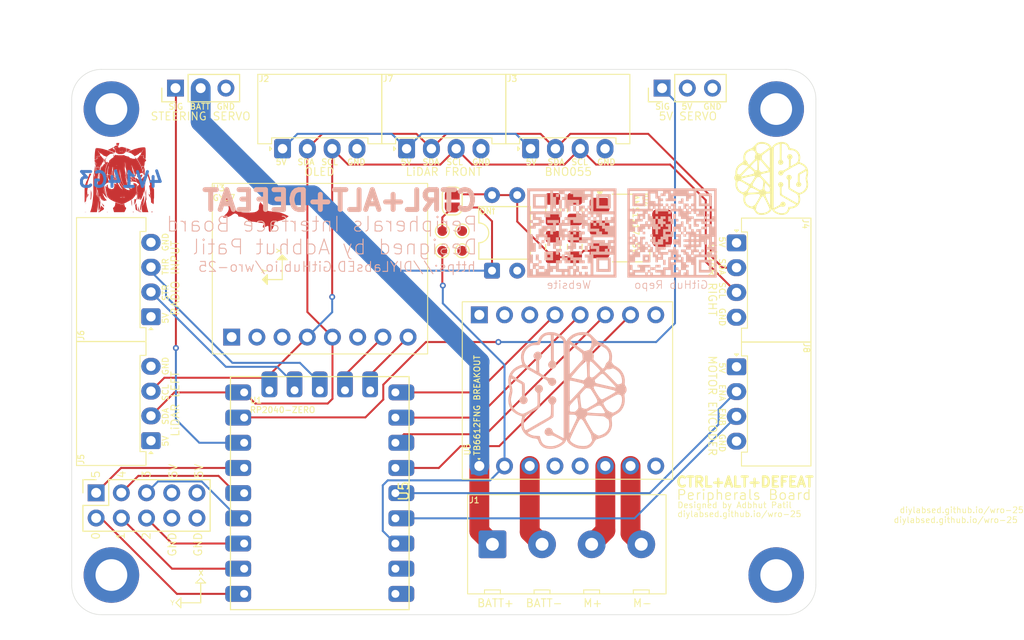
<source format=kicad_pcb>
(kicad_pcb (version 20241229) (generator "pcbnew") (generator_version "9.0")
  (title_block (title "Peripherals Board V2") (date "2025-07-07") (rev "2") (company "DIY Laboratories"))
  (layers (0 "F.Cu" signal) (2 "B.Cu" signal) (13 "F.Paste" user) (15 "B.Paste" user) (5 "F.SilkS" user "F.Silkscreen") (7 "B.SilkS" user "B.Silkscreen") (1 "F.Mask" user) (3 "B.Mask" user) (25 "Edge.Cuts" user))
  (net 0 "")
  (net 1 "GND")
  (net 2 "+BATT")
  (net 3 "+5V")
  (net 4 "/MOTOR+")
  (net 5 "/MOTOR-")
  (net 6 "+3.3V")
  (net 8 "/DRDY")
  (net 10 "/INT1")
  (net 12 "/STBY")
  (net 15 "/PWMB")
  (net 16 "/BIN1")
  (net 17 "/BIN2")
  (net 20 "/I2C0_SCL")
  (net 21 "/I2C0_SDA")
  (net 22 "/ENCA")
  (net 23 "/ENCB")
  (net 24 "/RX_STR")
  (net 25 "/RX_THR")
  (net 26 "/STR_SERVO")
  (net 27 "/EXT_SERVO")
  (net 28 "/GP4")
  (net 29 "/GP5")
  (net 30 "Net-(JP1-B)")
  (net 31 "/GP3")
  (net 32 "/GP2")
  (net 33 "/GP0")
  (net 34 "/GP1")
  (footprint "Capacitor_SMD:C_0805_2012Metric_Pad1.18x1.45mm_HandSolder" (layer "F.Cu") (at 89.7 61.1025 90)
    (property "Reference" "C4" (hide yes))
    (property "Value" "10 uF" (hide yes))
  )
  (footprint "RP2040-Zero:RP2040-Zero" (layer "F.Cu") (at 74.16 77.04 180)
    (property "Reference" "U1")
    (property "Value" "RP2040-Zero" (hide yes))
  )
  (footprint "JST_XH_01x04_Horizontal_NoFlange:JST_XH_01x04_Horizontal_NoFlange" (layer "F.Cu") (at 85.25 55)
    (property "Reference" "J3" (hide yes))
    (property "Value" "BNO055" (hide yes))
  )
  (footprint "JST_XH_01x04_Horizontal_NoFlange:JST_XH_01x04_Horizontal_NoFlange" (layer "F.Cu") (at 46.9875 84.45 90)
    (property "Reference" "J5" (hide yes))
    (property "Value" "LiDAR Left" (hide yes))
  )
  (footprint "JST_XH_01x04_Horizontal_NoFlange:JST_XH_01x04_Horizontal_NoFlange" (layer "F.Cu") (at 106 77 -90)
    (property "Reference" "J8" (hide yes))
    (property "Value" "Motor Encoder" (hide yes))
  )
  (footprint "MountingHole:MountingHole_3.2mm_M3_DIN965_Pad_TopBottom" (layer "F.Cu") (at 43 51)
    (property "Reference" "REF**" (hide yes))
    (property "Value" "MountingHole_3.2mm_M3_DIN965_Pad_TopBottom" (hide yes))
  )
  (footprint "LOGO" (layer "F.Cu") (at 57.4 61.6)
    (property "Reference" "G***" (hide yes))
    (property "Value" "LOGO" (hide yes))
  )
  (footprint "MountingHole:MountingHole_3.2mm_M3_DIN965_Pad_TopBottom" (layer "F.Cu") (at 110 98)
    (property "Reference" "REF**" (hide yes))
    (property "Value" "MountingHole_3.2mm_M3_DIN965_Pad_TopBottom" (hide yes))
  )
  (footprint "JST_XH_01x04_Horizontal_NoFlange:JST_XH_01x04_Horizontal_NoFlange" (layer "F.Cu") (at 46.9875 71.95 90)
    (property "Reference" "J6" (hide yes))
    (property "Value" "Radio Input" (hide yes))
  )
  (footprint "Connector_PinHeader_2.54mm:PinHeader_1x03_P2.54mm_Vertical" (layer "F.Cu") (at 98.5 48.89 90)
    (property "Reference" "J10" (hide yes))
    (property "Value" "Extra Servo")
  )
  (footprint "Capacitor_SMD:C_0805_2012Metric_Pad1.18x1.45mm_HandSolder" (layer "F.Cu") (at 87.5 64.9075 90)
    (property "Reference" "C1" (hide yes))
    (property "Value" "0.1 uF" (hide yes))
  )
  (footprint "LOGO" (layer "F.Cu") (at 109.5 58)
    (property "Reference" "G***" (hide yes))
    (property "Value" "LOGO" (hide yes))
  )
  (footprint "TestPoint:TestPoint_Pad_D1.0mm" (layer "F.Cu") (at 78.35 65.3)
    (property "Reference" "TP1" (hide yes))
    (property "Value" "GND" (hide yes))
  )
  (footprint "TestPoint:TestPoint_Pad_D1.0mm" (layer "F.Cu") (at 76.35 63.3)
    (property "Reference" "TP4" (hide yes))
    (property "Value" "+BATT" (hide yes))
  )
  (footprint "Capacitor_SMD:C_0805_2012Metric_Pad1.18x1.45mm_HandSolder" (layer "F.Cu") (at 89.7 64.9075 90)
    (property "Reference" "C3" (hide yes))
    (property "Value" "10 uF" (hide yes))
  )
  (footprint "Capacitor_SMD:C_0805_2012Metric_Pad1.18x1.45mm_HandSolder" (layer "F.Cu") (at 87.5 61.1025 90)
    (property "Reference" "C2" (hide yes))
    (property "Value" "0.1 uF" (hide yes))
  )
  (footprint "ScrewTerminal_01x04_P5mm:ScrewTerminal_01x04_P5mm" (layer "F.Cu") (at 86.2 104.3)
    (property "Reference" "J1" (hide yes))
    (property "Value" "Power/Motor Screw Terminal")
  )
  (footprint "MountingHole:MountingHole_3.2mm_M3_DIN965_Pad_TopBottom" (layer "F.Cu") (at 110 51)
    (property "Reference" "REF**" (hide yes))
    (property "Value" "MountingHole_3.2mm_M3_DIN965_Pad_TopBottom" (hide yes))
  )
  (footprint "Package_DIP:DIP-4_W7.62mm" (layer "F.Cu") (at 81.36 67.3 90)
    (property "Reference" "ON" (hide yes))
    (property "Value" "Power" (hide yes))
  )
  (footprint "TestPoint:TestPoint_Pad_D1.0mm" (layer "F.Cu") (at 76.35 65.3)
    (property "Reference" "TP3" (hide yes))
    (property "Value" "+3.3V" (hide yes))
  )
  (footprint "Connector_PinSocket_2.54mm:PinSocket_2x05_P2.54mm_Vertical" (layer "F.Cu") (at 41.46 89.71 90)
    (property "Reference" "J11" (hide yes))
    (property "Value" "Conn_02x05_Odd_Even" (hide yes))
  )
  (footprint "JST_XH_01x04_Horizontal_NoFlange:JST_XH_01x04_Horizontal_NoFlange" (layer "F.Cu") (at 106 64.5 -90)
    (property "Reference" "J4" (hide yes))
    (property "Value" "LiDAR Right" (hide yes))
  )
  (footprint "Package_TO_SOT_SMD:SOT-223-3_TabPin2" (layer "F.Cu") (at 95.35 63)
    (property "Reference" "U4" (hide yes))
    (property "Value" "AMS1117-5.0")
  )
  (footprint "TB6612FNG-breakout:TB6612FNG-breakout" (layer "F.Cu") (at 80.08 92.08 90)
    (property "Reference" "U5")
    (property "Value" "~")
  )
  (footprint "JST_XH_01x04_Horizontal_NoFlange:JST_XH_01x04_Horizontal_NoFlange" (layer "F.Cu") (at 60.25 55)
    (property "Reference" "J2" (hide yes))
    (property "Value" "OLED" (hide yes))
  )
  (footprint "TestPoint:TestPoint_Pad_D1.0mm" (layer "F.Cu") (at 78.35 63.3)
    (property "Reference" "TP2" (hide yes))
    (property "Value" "+5V" (hide yes))
  )
  (footprint "GY87:GY87" (layer "F.Cu") (at 65.22 71.2 90)
    (property "Reference" "U3" (hide yes))
    (property "Value" "~" (hide yes))
  )
  (footprint "Jumper:SolderJumper-2_P1.3mm_Open_RoundedPad1.0x1.5mm" (layer "F.Cu") (at 77.35 60.28 90)
    (property "Reference" "JP1" (hide yes))
    (property "Value" "SW1 Bypass" (hide yes))
  )
  (footprint "Connector_PinHeader_2.54mm:PinHeader_1x03_P2.54mm_Vertical" (layer "F.Cu") (at 49.46 48.89 90)
    (property "Reference" "J9" (hide yes))
    (property "Value" "Steering Servo")
  )
  (footprint "MountingHole:MountingHole_3.2mm_M3_DIN965_Pad_TopBottom" (layer "F.Cu") (at 43 98)
    (property "Reference" "REF**" (hide yes))
    (property "Value" "MountingHole_3.2mm_M3_DIN965_Pad_TopBottom" (hide yes))
  )
  (footprint "LOGO" (layer "F.Cu") (at 43.8 57.9)
    (property "Reference" "G***" (hide yes))
    (property "Value" "LOGO" (hide yes))
  )
  (footprint "JST_XH_01x04_Horizontal_NoFlange:JST_XH_01x04_Horizontal_NoFlange" (layer "F.Cu") (at 72.75 55)
    (property "Reference" "J7" (hide yes))
    (property "Value" "LiDAR Front" (hide yes))
  )
  (footprint "LOGO" (layer "B.Cu") (at 89.4 63.5 180)
    (property "Reference" "G***" (hide yes))
    (property "Value" "LOGO" (hide yes))
  )
  (footprint "LOGO" (layer "B.Cu") (at 99.5 63.5 180)
    (property "Reference" "G***" (hide yes))
    (property "Value" "LOGO" (hide yes))
  )
  (footprint "LOGO" (layer "B.Cu") (at 88.9618 79.3892 180)
    (property "Reference" "G***" (hide yes))
    (property "Value" "LOGO" (hide yes))
  )
  (gr_line (start 52 98.8) (end 52 100.8) (stroke (width 0.1)) (layer "F.SilkS"))
  (gr_line (start 51.5 98.8) (end 52 98.3) (stroke (width 0.1)) (layer "F.SilkS"))
  (gr_line (start 81.5 61.1) (end 81.5 61.6) (stroke (width 0.1)) (layer "F.SilkS"))
  (gr_line (start 81.5 61) (end 81.6 61.1) (stroke (width 0.1)) (layer "F.SilkS"))
  (gr_line (start 79.95 86.25) (end 80.15 86.25) (stroke (width 0.1)) (layer "F.SilkS"))
  (gr_line (start 52 100.8) (end 52 98.8) (stroke (width 0.1)) (layer "F.SilkS"))
  (gr_line (start 80.05 86.35) (end 79.95 86.25) (stroke (width 0.1)) (layer "F.SilkS"))
  (gr_line (start 52 100.8) (end 50 100.8) (stroke (width 0.1)) (layer "F.SilkS"))
  (gr_line (start 81.4 61.1) (end 81.5 61) (stroke (width 0.1)) (layer "F.SilkS"))
  (gr_line (start 80.15 86.25) (end 80.05 86.35) (stroke (width 0.1)) (layer "F.SilkS"))
  (gr_line (start 52.5 98.8) (end 51.5 98.8) (stroke (width 0.1)) (layer "F.SilkS"))
  (gr_line (start 49.5 100.8) (end 50 100.3) (stroke (width 0.1)) (layer "F.SilkS"))
  (gr_line (start 50 101.3) (end 49.5 100.8) (stroke (width 0.1)) (layer "F.SilkS"))
  (gr_line (start 81.6 61.1) (end 81.4 61.1) (stroke (width 0.1)) (layer "F.SilkS"))
  (gr_line (start 52 98.3) (end 52.5 98.8) (stroke (width 0.1)) (layer "F.SilkS"))
  (gr_line (start 50 100.3) (end 50 101.3) (stroke (width 0.1)) (layer "F.SilkS"))
  (gr_arc (start 111 47) (mid 113.12132 47.87868) (end 114 50) (stroke (width 0.05)) (layer "Edge.Cuts"))
  (gr_arc (start 39 50) (mid 39.87868 47.87868) (end 42 47) (stroke (width 0.05)) (layer "Edge.Cuts"))
  (gr_line (start 42 47) (end 111 47) (stroke (width 0.05)) (layer "Edge.Cuts"))
  (gr_line (start 114 50) (end 114 99) (stroke (width 0.05)) (layer "Edge.Cuts"))
  (gr_line (start 111 102) (end 42 102) (stroke (width 0.05)) (layer "Edge.Cuts"))
  (gr_arc (start 42 102) (mid 39.87868 101.12132) (end 39 99) (stroke (width 0.05)) (layer "Edge.Cuts"))
  (gr_arc (start 114 99) (mid 113.12132 101.12132) (end 111 102) (stroke (width 0.05)) (layer "Edge.Cuts"))
  (gr_line (start 39 99) (end 39 50) (stroke (width 0.05)) (layer "Edge.Cuts"))
  (gr_text "4V14G3" (at 48.4 59 0) (layer "B.Cu") (effects (font (size 1.5 1.5) (thickness 0.3) (bold yes)) (justify left bottom mirror)))
  (gr_text "GND" (at 53.55 51.1 0) (layer "F.SilkS") (effects (font (size 0.6 0.6) (thickness 0.1)) (justify left bottom)))
  (gr_text "SIG" (at 97.75 51.1 0) (layer "F.SilkS") (effects (font (size 0.6 0.6) (thickness 0.1)) (justify left bottom)))
  (gr_text "5V" (at 104.2 76.5 270) (layer "F.SilkS") (effects (font (size 0.6 0.6) (thickness 0.1)) (justify left bottom)))
  (gr_text "SCL" (at 89.3 56.7 0) (layer "F.SilkS") (effects (font (size 0.6 0.6) (thickness 0.1)) (justify left bottom)))
  (gr_text "SIG" (at 48.7 51.1 0) (layer "F.SilkS") (effects (font (size 0.6 0.6) (thickness 0.1)) (justify left bottom)))
  (gr_text "THR" (at 48.8 67.8 90) (layer "F.SilkS") (effects (font (size 0.6 0.6) (thickness 0.1)) (justify left bottom)))
  (gr_text "BATT-" (at 84.7 101.3 0) (layer "F.SilkS") (effects (font (size 0.8 0.8) (thickness 0.1)) (justify left bottom)))
  (gr_text "MOTOR ENCODER" (at 103.1 75.8 270) (layer "F.SilkS") (effects (font (size 0.8 0.8) (thickness 0.1)) (justify left bottom)))
  (gr_text "J3" (at 82.8 48.3 0) (layer "F.SilkS") (effects (font (size 0.6 0.6) (thickness 0.1)) (justify left bottom)))
  (gr_text "J1" (at 79 90.8 0) (layer "F.SilkS") (effects (font (size 0.6 0.6) (thickness 0.1)) (justify left bottom)))
  (gr_text "GND" (at 104.2 71 270) (layer "F.SilkS") (effects (font (size 0.6 0.6) (thickness 0.1)) (justify left bottom)))
  (gr_text "SCL" (at 64.1 56.7 0) (layer "F.SilkS") (effects (font (size 0.6 0.6) (thickness 0.1)) (justify left bottom)))
  (gr_text "5V" (at 48.8 85.1 90) (layer "F.SilkS") (effects (font (size 0.6 0.6) (thickness 0.1)) (justify left bottom)))
  (gr_text "4" (at 44.5 88.3 90) (layer "F.SilkS") (effects (font (size 0.8 0.8) (thickness 0.1)) (justify left bottom)))
  (gr_text "GND" (at 79.3 56.7 0) (layer "F.SilkS") (effects (font (size 0.6 0.6) (thickness 0.1)) (justify left bottom)))
  (gr_text "diylabsed.github.io/wro-25" (at 121.8 92.8 0) (layer "F.SilkS") (effects (font (size 0.6 0.6) (thickness 0.075)) (justify left bottom)))
  (gr_text "SDA" (at 61.7 56.7 0) (layer "F.SilkS") (effects (font (size 0.6 0.6) (thickness 0.1)) (justify left bottom)))
  (gr_text "GND" (at 48.8 77.9 90) (layer "F.SilkS") (effects (font (size 0.6 0.6) (thickness 0.1)) (justify left bottom)))
  (gr_text "diylabsed.github.io/wro-25" (at 100 92.2 0) (layer "F.SilkS") (effects (font (size 0.6 0.6) (thickness 0.075)) (justify left bottom)))
  (gr_text "GND" (at 66.7 56.7 0) (layer "F.SilkS") (effects (font (size 0.6 0.6) (thickness 0.1)) (justify left bottom)))
  (gr_text "5V" (at 100.4 51.1 0) (layer "F.SilkS") (effects (font (size 0.6 0.6) (thickness 0.1)) (justify left bottom)))
  (gr_text "diylabsed.github.io/wro-25" (at 122.4 91.8 0) (layer "F.SilkS") (effects (font (size 0.6 0.6) (thickness 0.075)) (justify left bottom)))
  (gr_text "U1\nRP2040-ZERO" (at 56.9 81.7 0) (layer "F.SilkS") (effects (font (size 0.6 0.6) (thickness 0.1)) (justify left bottom)))
  (gr_text "SCL" (at 76.7 56.7 0) (layer "F.SilkS") (effects (font (size 0.6 0.6) (thickness 0.1)) (justify left bottom)))
  (gr_text "U4\nAMS1117-5V" (at 95.5 59.6 270) (layer "F.SilkS") (effects (font (size 0.6 0.6) (thickness 0.1)) (justify left bottom)))
  (gr_text "SDA" (at 86.9 56.7 0) (layer "F.SilkS") (effects (font (size 0.6 0.6) (thickness 0.1)) (justify left bottom)))
  (gr_text "GND" (at 104.2 83.7 270) (layer "F.SilkS") (effects (font (size 0.6 0.6) (thickness 0.1)) (justify left bottom)))
  (gr_text "J4" (at 112.6 62 270) (layer "F.SilkS") (effects (font (size 0.6 0.6) (thickness 0.1)) (justify left bottom)))
  (gr_text "ENA" (at 104.2 78.7 270) (layer "F.SilkS") (effects (font (size 0.6 0.6) (thickness 0.1)) (justify left bottom)))
  (gr_text "5V" (at 72.1 56.7 0) (layer "F.SilkS") (effects (font (size 0.6 0.6) (thickness 0.1)) (justify left bottom)))
  (gr_text "0" (at 41.9 94.5 90) (layer "F.SilkS") (effects (font (size 0.8 0.8) (thickness 0.1)) (justify left bottom)))
  (gr_text "5V" (at 49.7 88.3 90) (layer "F.SilkS") (effects (font (size 0.8 0.8) (thickness 0.1)) (justify left bottom)))
  (gr_text "BATT+" (at 79.8 101.3 0) (layer "F.SilkS") (effects (font (size 0.8 0.8) (thickness 0.1)) (justify left bottom)))
  (gr_text "STEERING SERVO" (at 46.9 52.2 0) (layer "F.SilkS") (effects (font (size 0.8 0.8) (thickness 0.1)) (justify left bottom)))
  (gr_text "SDA" (at 48.8 82.9 90) (layer "F.SilkS") (effects (font (size 0.6 0.6) (thickness 0.1)) (justify left bottom)))
  (gr_text "5V" (at 52.3 88.3 90) (layer "F.SilkS") (effects (font (size 0.8 0.8) (thickness 0.1)) (justify left bottom)))
  (gr_text "BNO055" (at 86.6 57.8 0) (layer "F.SilkS") (effects (font (size 0.8 0.8) (thickness 0.1)) (justify left bottom)))
  (gr_text "U3\nGY87" (at 53.15 60.3 0) (layer "F.SilkS") (effects (font (size 0.6 0.6) (thickness 0.1)) (justify left bottom)))
  (gr_text "5V SERVO" (at 98.1 52.2 0) (layer "F.SilkS") (effects (font (size 0.8 0.8) (thickness 0.1)) (justify left bottom)))
  (gr_text "GND\n" (at 49.6 96.2 90) (layer "F.SilkS") (effects (font (size 0.8 0.8) (thickness 0.1)) (justify left bottom)))
  (gr_text "GND" (at 91.9 56.7 0) (layer "F.SilkS") (effects (font (size 0.6 0.6) (thickness 0.1)) (justify left bottom)))
  (gr_text "2" (at 47 94.5 90) (layer "F.SilkS") (effects (font (size 0.8 0.8) (thickness 0.1)) (justify left bottom)))
  (gr_text "GND\n" (at 52.2 96.2 90) (layer "F.SilkS") (effects (font (size 0.8 0.8) (thickness 0.1)) (justify left bottom)))
  (gr_text "J5" (at 40.3 86.9 90) (layer "F.SilkS") (effects (font (size 0.6 0.6) (thickness 0.1)) (justify left bottom)))
  (gr_text "J6" (at 40.3 74.4 90) (layer "F.SilkS") (effects (font (size 0.6 0.6) (thickness 0.1)) (justify left bottom)))
  (gr_text "CTRL+ALT+DEFEAT" (at 99.8 89.2 0) (layer "F.SilkS") (effects (font (size 1 1) (thickness 0.25) (bold yes)) (justify left bottom)))
  (gr_text "BATT" (at 50.85 51.1 0) (layer "F.SilkS") (effects (font (size 0.6 0.6) (thickness 0.1)) (justify left bottom)))
  (gr_text "X\n" (at 51.725 98.1 0) (layer "F.SilkS") (effects (font (size 0.5 0.5) (thickness 0.1)) (justify left bottom)))
  (gr_text "J2" (at 57.8 48.3 0) (layer "F.SilkS") (effects (font (size 0.6 0.6) (thickness 0.1)) (justify left bottom)))
  (gr_text "M+" (at 90.5 101.3 0) (layer "F.SilkS") (effects (font (size 0.8 0.8) (thickness 0.1)) (justify left bottom)))
  (gr_text "3" (at 47 88.3 90) (layer "F.SilkS") (effects (font (size 0.8 0.8) (thickness 0.1)) (justify left bottom)))
  (gr_text "STR" (at 48.8 70.4 90) (layer "F.SilkS") (effects (font (size 0.6 0.6) (thickness 0.1)) (justify left bottom)))
  (gr_text "SDA" (at 74.3 56.7 0) (layer "F.SilkS") (effects (font (size 0.6 0.6) (thickness 0.1)) (justify left bottom)))
  (gr_text "ENB" (at 104.2 81.1 270) (layer "F.SilkS") (effects (font (size 0.6 0.6) (thickness 0.1)) (justify left bottom)))
  (gr_text "J7" (at 70.3 48.3 0) (layer "F.SilkS") (effects (font (size 0.6 0.6) (thickness 0.1)) (justify left bottom)))
  (gr_text "SCL" (at 48.8 80.5 90) (layer "F.SilkS") (effects (font (size 0.6 0.6) (thickness 0.1)) (justify left bottom)))
  (gr_text "LiDAR LEFT" (at 49.9 84.1 90) (layer "F.SilkS") (effects (font (size 0.8 0.8) (thickness 0.1)) (justify left bottom)))
  (gr_text "U5\nTB6612FNG BREAKOUT" (at 80.2 86 90) (layer "F.SilkS") (effects (font (size 0.6 0.6) (thickness 0.1)) (justify left bottom)))
  (gr_text "J8" (at 112.7 74.5 270) (layer "F.SilkS") (effects (font (size 0.6 0.6) (thickness 0.1)) (justify left bottom)))
  (gr_text "SCL" (at 104.2 68.4 270) (layer "F.SilkS") (effects (font (size 0.6 0.6) (thickness 0.1)) (justify left bottom)))
  (gr_text "1" (at 44.4 94.5 90) (layer "F.SilkS") (effects (font (size 0.8 0.8) (thickness 0.1)) (justify left bottom)))
  (gr_text "LiDAR FRONT" (at 72.6 57.8 0) (layer "F.SilkS") (effects (font (size 0.8 0.8) (thickness 0.1)) (justify left bottom)))
  (gr_text "5" (at 41.9 88.3 90) (layer "F.SilkS") (effects (font (size 0.8 0.8) (thickness 0.1)) (justify left bottom)))
  (gr_text "5V" (at 84.7 56.7 0) (layer "F.SilkS") (effects (font (size 0.6 0.6) (thickness 0.1)) (justify left bottom)))
  (gr_text "OLED" (at 62.4 57.8 0) (layer "F.SilkS") (effects (font (size 0.8 0.8) (thickness 0.1)) (justify left bottom)))
  (gr_text "Peripherals Board" (at 99.9 90.5 0) (layer "F.SilkS") (effects (font (size 1 1) (thickness 0.1)) (justify left bottom)))
  (gr_text "5V" (at 48.8 72.7 90) (layer "F.SilkS") (effects (font (size 0.6 0.6) (thickness 0.1)) (justify left bottom)))
  (gr_text "5V" (at 104.2 63.8 270) (layer "F.SilkS") (effects (font (size 0.6 0.6) (thickness 0.1)) (justify left bottom)))
  (gr_text "Y" (at 48.9 101.1 0) (layer "F.SilkS") (effects (font (size 0.5 0.5) (thickness 0.0625)) (justify left bottom)))
  (gr_text "M-" (at 95.5 101.3 0) (layer "F.SilkS") (effects (font (size 0.8 0.8) (thickness 0.1)) (justify left bottom)))
  (gr_text "SDA" (at 104.2 66 270) (layer "F.SilkS") (effects (font (size 0.6 0.6) (thickness 0.1)) (justify left bottom)))
  (gr_text "Designed by Adbhut Patil" (at 100 91.3 0) (layer "F.SilkS") (effects (font (size 0.6 0.6) (thickness 0.075)) (justify left bottom)))
  (gr_text "GND" (at 102.6 51.1 0) (layer "F.SilkS") (effects (font (size 0.6 0.6) (thickness 0.1)) (justify left bottom)))
  (gr_text "RADIO INPUT" (at 49.9 71.9 90) (layer "F.SilkS") (effects (font (size 0.8 0.8) (thickness 0.1)) (justify left bottom)))
  (gr_text "GND" (at 48.8 65.4 90) (layer "F.SilkS") (effects (font (size 0.6 0.6) (thickness 0.1)) (justify left bottom)))
  (gr_text "ON" (at 80.03 61.665 0) (layer "F.SilkS") (effects (font (size 0.6 0.6) (thickness 0.1)) (justify left bottom)))
  (gr_text "5V" (at 59.5 56.7 0) (layer "F.SilkS") (effects (font (size 0.6 0.6) (thickness 0.1)) (justify left bottom)))
  (gr_text "LiDAR RIGHT" (at 103.1 64.5 270) (layer "F.SilkS") (effects (font (size 0.8 0.8) (thickness 0.1)) (justify left bottom)))
  (gr_text "https://DIYLabsED.GitHub.io/wro-25\n" (at 79.8 67.5 0) (layer "B.SilkS") (effects (font (size 1 1) (thickness 0.1)) (justify left bottom mirror)))
  (gr_text "Designed by Adbhut Patil" (at 80 65.8 0) (layer "B.SilkS") (effects (font (size 1.5 1.5) (thickness 0.1)) (justify left bottom mirror)))
  (gr_text "Website" (at 91.4 69.2 0) (layer "B.SilkS") (effects (font (size 0.8 0.8) (thickness 0.075)) (justify left bottom mirror)))
  (gr_text "CTRL+ALT+DEFEAT" (at 80.1 61.4 0) (layer "B.SilkS") (effects (font (size 2 2) (thickness 0.5) (bold yes)) (justify left bottom mirror)))
  (gr_text "Peripherals Interface Board" (at 80 63.5 0) (layer "B.SilkS") (effects (font (size 1.5 1.5) (thickness 0.1)) (justify left bottom mirror)))
  (gr_text "GitHub Repo" (at 103.2 69.2 0) (layer "B.SilkS") (effects (font (size 0.8 0.8) (thickness 0.075)) (justify left bottom mirror)))
  (segment (start 85.16 93.66) (end 86.4 94.9) (width 2) (layer "F.Cu") (net 1))
  (segment (start 85.16 87) (end 85.16 93.66) (width 2) (layer "F.Cu") (net 1))
  (segment (start 81.36 67.3) (end 81.36 62.32) (width 0.2) (layer "F.Cu") (net 2))
  (segment (start 77.35 60.93) (end 76.35 61.93) (width 0.2) (layer "F.Cu") (net 2))
  (segment (start 79.97 60.93) (end 77.35 60.93) (width 0.2) (layer "F.Cu") (net 2))
  (segment (start 81.36 62.32) (end 79.97 60.93) (width 0.2) (layer "F.Cu") (net 2))
  (segment (start 80.08 87) (end 80.08 93.58) (width 2) (layer "F.Cu") (net 2))
  (segment (start 80.08 93.58) (end 81.4 94.9) (width 2) (layer "F.Cu") (net 2))
  (segment (start 76.35 61.93) (end 76.35 63.3) (width 0.2) (layer "F.Cu") (net 2))
  (segment (start 70.95 67.3) (end 70.925 67.325) (width 0.2) (layer "B.Cu") (net 2))
  (segment (start 80.08 76.52) (end 80.1 76.5) (width 2) (layer "B.Cu") (net 2))
  (segment (start 80.1 76.5) (end 70.925 67.325) (width 2) (layer "B.Cu") (net 2))
  (segment (start 59.4 59.7) (end 52 52.3) (width 2) (layer "B.Cu") (net 2))
  (segment (start 80.08 87) (end 80.08 76.52) (width 2) (layer "B.Cu") (net 2))
  (segment (start 70.925 67.325) (end 63.3 59.7) (width 2) (layer "B.Cu") (net 2))
  (segment (start 78.4 74.84) (end 80.08 76.52) (width 0.2) (layer "B.Cu") (net 2))
  (segment (start 63.3 59.7) (end 59.4 59.7) (width 2) (layer "B.Cu") (net 2))
  (segment (start 52 52.3) (end 52 48.89) (width 2) (layer "B.Cu") (net 2))
  (segment (start 81.36 67.3) (end 70.95 67.3) (width 0.2) (layer "B.Cu") (net 2))
  (segment (start 74.25 53.5) (end 83.75 53.5) (width 0.2) (layer "B.Cu") (net 3))
  (segment (start 83.75 53.5) (end 85.25 55) (width 0.2) (layer "B.Cu") (net 3))
  (segment (start 60.25 55) (end 61.75 53.5) (width 0.2) (layer "B.Cu") (net 3))
  (segment (start 61.75 53.5) (end 71.25 53.5) (width 0.2) (layer "B.Cu") (net 3))
  (segment (start 72.75 55) (end 74.25 53.5) (width 0.2) (layer "B.Cu") (net 3))
  (segment (start 71.25 53.5) (end 72.75 55) (width 0.2) (layer "B.Cu") (net 3))
  (segment (start 92.78 87) (end 92.78 93.52) (width 2) (layer "F.Cu") (net 4))
  (segment (start 92.78 93.52) (end 91.4 94.9) (width 2) (layer "F.Cu") (net 4))
  (segment (start 95.32 87) (end 95.32 93.82) (width 2) (layer "F.Cu") (net 5))
  (segment (start 95.32 93.82) (end 96.4 94.9) (width 2) (layer "F.Cu") (net 5))
  (segment (start 76.35 68.75) (end 76.35 65.3) (width 0.2) (layer "F.Cu") (net 6))
  (segment (start 76.4 68.8) (end 76.35 68.75) (width 0.2) (layer "F.Cu") (net 6))
  (via (at 76.4 68.8) (size 0.6) (drill 0.3) (layers "F.Cu" "B.Cu") (net 6))
  (segment (start 82.62 76.82) (end 76.4 70.6) (width 0.2) (layer "B.Cu") (net 6))
  (segment (start 82.62 87) (end 81.17 88.45) (width 0.2) (layer "B.Cu") (net 6))
  (segment (start 70.35 93.55) (end 71.62 94.82) (width 0.2) (layer "B.Cu") (net 6))
  (segment (start 70.85 88.45) (end 70.35 88.95) (width 0.2) (layer "B.Cu") (net 6))
  (segment (start 76.4 70.6) (end 76.4 68.8) (width 0.2) (layer "B.Cu") (net 6))
  (segment (start 81.17 88.45) (end 70.85 88.45) (width 0.2) (layer "B.Cu") (net 6))
  (segment (start 70.35 88.95) (end 70.35 93.55) (width 0.2) (layer "B.Cu") (net 6))
  (segment (start 82.62 87) (end 82.62 76.82) (width 0.2) (layer "B.Cu") (net 6))
  (segment (start 69.08 77.82) (end 72.9 74) (width 0.2) (layer "F.Cu") (net 8))
  (segment (start 69.08 79.37) (end 69.08 77.82) (width 0.2) (layer "F.Cu") (net 8))
  (segment (start 66.54 79.37) (end 66.54 77.82) (width 0.2) (layer "F.Cu") (net 10))
  (segment (start 66.54 77.82) (end 70.36 74) (width 0.2) (layer "F.Cu") (net 10))
  (segment (start 79.88 79.58) (end 87.7 71.76) (width 0.2) (layer "F.Cu") (net 12))
  (segment (start 71.62 79.58) (end 79.88 79.58) (width 0.2) (layer "F.Cu") (net 12))
  (segment (start 82.08 85) (end 95.32 71.76) (width 0.2) (layer "F.Cu") (net 15))
  (segment (start 71.62 87.2) (end 76 87.2) (width 0.2) (layer "F.Cu") (net 15))
  (segment (start 76 87.2) (end 78.2 85) (width 0.2) (layer "F.Cu") (net 15))
  (segment (start 78.2 85) (end 82.08 85) (width 0.2) (layer "F.Cu") (net 15))
  (segment (start 79.88 82.12) (end 90.24 71.76) (width 0.2) (layer "F.Cu") (net 16))
  (segment (start 71.62 82.12) (end 79.88 82.12) (width 0.2) (layer "F.Cu") (net 16))
  (segment (start 80.741 83.799) (end 92.78 71.76) (width 0.2) (layer "F.Cu") (net 17))
  (segment (start 71.62 84.66) (end 72.481 83.799) (width 0.2) (layer "F.Cu") (net 17))
  (segment (start 72.481 83.799) (end 80.741 83.799) (width 0.2) (layer "F.Cu") (net 17))
  (segment (start 66.85 56.6) (end 76.15 56.6) (width 0.2) (layer "F.Cu") (net 20))
  (segment (start 77.75 55) (end 79.35 56.6) (width 0.2) (layer "F.Cu") (net 20))
  (segment (start 76.15 56.6) (end 77.75 55) (width 0.2) (layer "F.Cu") (net 20))
  (segment (start 65.25 69.95) (end 65.25 55) (width 0.2) (layer "F.Cu") (net 20))
  (segment (start 46.9875 79.45) (end 48.3375 78.1) (width 0.2) (layer "F.Cu") (net 20))
  (segment (start 58.92 78.42) (end 58.92 79.37) (width 0.2) (layer "F.Cu") (net 20))
  (segment (start 102.9 60.19) (end 102.9 66.4) (width 0.2) (layer "F.Cu") (net 20))
  (segment (start 90.25 55) (end 91.85 56.6) (width 0.2) (layer "F.Cu") (net 20))
  (segment (start 58.27 79.37) (end 58.92 79.37) (width 0.2) (layer "F.Cu") (net 20))
  (segment (start 58.6 78.1) (end 58.92 78.42) (width 0.2) (layer "F.Cu") (net 20))
  (segment (start 48.3375 78.1) (end 58.6 78.1) (width 0.2) (layer "F.Cu") (net 20))
  (segment (start 58.92 77.82) (end 62.74 74) (width 0.2) (layer "F.Cu") (net 20))
  (segment (start 79.35 56.6) (end 88.65 56.6) (width 0.2) (layer "F.Cu") (net 20))
  (segment (start 102.9 66.4) (end 106 69.5) (width 0.2) (layer "F.Cu") (net 20))
  (segment (start 88.65 56.6) (end 90.25 55) (width 0.2) (layer "F.Cu") (net 20))
  (segment (start 65.25 55) (end 66.85 56.6) (width 0.2) (layer "F.Cu") (net 20))
  (segment (start 58.92 79.37) (end 58.92 77.82) (width 0.2) (layer "F.Cu") (net 20))
  (segment (start 91.85 56.6) (end 99.31 56.6) (width 0.2) (layer "F.Cu") (net 20))
  (segment (start 99.31 56.6) (end 102.9 60.19) (width 0.2) (layer "F.Cu") (net 20))
  (via (at 65.25 69.95) (size 0.6) (drill 0.3) (layers "F.Cu" "B.Cu") (net 20))
  (segment (start 65.25 71.49) (end 62.74 74) (width 0.2) (layer "B.Cu") (net 20))
  (segment (start 65.25 69.95) (end 65.25 71.49) (width 0.2) (layer "B.Cu") (net 20))
  (segment (start 65.25 69.95) (end 65.3 69.9) (width 0.2) (layer "B.Cu") (net 20))
  (segment (start 87.75 55) (end 86.25 53.5) (width 0.2) (layer "F.Cu") (net 21))
  (segment (start 97.1 53.5) (end 103.4 59.8) (width 0.2) (layer "F.Cu") (net 21))
  (segment (start 76.75 53.5) (end 75.25 55) (width 0.2) (layer "F.Cu") (net 21))
  (segment (start 57.5 80.7) (end 56.38 79.58) (width 0.2) (layer "F.Cu") (net 21))
  (segment (start 103.4 59.8) (end 103.4 65.8) (width 0.2) (layer "F.Cu") (net 21))
  (segment (start 46.9875 81.95) (end 49.3575 79.58) (width 0.2) (layer "F.Cu") (net 21))
  (segment (start 65.28 80.22) (end 65.28 74) (width 0.2) (layer "F.Cu") (net 21))
  (segment (start 62.75 71.47) (end 62.75 55) (width 0.2) (layer "F.Cu") (net 21))
  (segment (start 49.3575 79.58) (end 56.38 79.58) (width 0.2) (layer "F.Cu") (net 21))
  (segment (start 87.75 55) (end 89.25 53.5) (width 0.2) (layer "F.Cu") (net 21))
  (segment (start 89.25 53.5) (end 97.1 53.5) (width 0.2) (layer "F.Cu") (net 21))
  (segment (start 86.25 53.5) (end 76.75 53.5) (width 0.2) (layer "F.Cu") (net 21))
  (segment (start 64.25 53.5) (end 62.75 55) (width 0.2) (layer "F.Cu") (net 21))
  (segment (start 65.28 74) (end 62.75 71.47) (width 0.2) (layer "F.Cu") (net 21))
  (segment (start 104.6 67) (end 106 67) (width 0.2) (layer "F.Cu") (net 21))
  (segment (start 103.4 65.8) (end 104.6 67) (width 0.2) (layer "F.Cu") (net 21))
  (segment (start 65.28 80.22) (end 64.8 80.7) (width 0.2) (layer "F.Cu") (net 21))
  (segment (start 64.8 80.7) (end 57.5 80.7) (width 0.2) (layer "F.Cu") (net 21))
  (segment (start 75.25 55) (end 73.75 53.5) (width 0.2) (layer "F.Cu") (net 21))
  (segment (start 73.75 53.5) (end 64.25 53.5) (width 0.2) (layer "F.Cu") (net 21))
  (segment (start 104.2 82.8) (end 104.2 81.3) (width 0.2) (layer "B.Cu") (net 22))
  (segment (start 71.62 89.74) (end 97.26 89.74) (width 0.2) (layer "B.Cu") (net 22))
  (segment (start 97.26 89.74) (end 104.2 82.8) (width 0.2) (layer "B.Cu") (net 22))
  (segment (start 104.2 81.3) (end 106 79.5) (width 0.2) (layer "B.Cu") (net 22))
  (segment (start 71.62 92.28) (end 95.72 92.28) (width 0.2) (layer "B.Cu") (net 23))
  (segment (start 95.72 92.28) (end 106 82) (width 0.2) (layer "B.Cu") (net 23))
  (segment (start 61.46 78.76) (end 61.46 79.37) (width 0.2) (layer "B.Cu") (net 24))
  (segment (start 59.7 77) (end 61.46 78.76) (width 0.2) (layer "B.Cu") (net 24))
  (segment (start 46.9875 69.45) (end 54.5375 77) (width 0.2) (layer "B.Cu") (net 24))
  (segment (start 54.5375 77) (end 59.7 77) (width 0.2) (layer "B.Cu") (net 24))
  (segment (start 61.999 76.599) (end 64 78.6) (width 0.2) (layer "B.Cu") (net 25))
  (segment (start 46.9875 66.95) (end 46.9875 67.5695) (width 0.2) (layer "B.Cu") (net 25))
  (segment (start 46.9875 66.95) (end 46.9875 67.3875) (width 0.2) (layer "B.Cu") (net 25))
  (segment (start 46.9875 67.3875) (end 48.5 68.9) (width 0.2) (layer "B.Cu") (net 25))
  (segment (start 48.5 68.9) (end 48.5 69.9) (width 0.2) (layer "B.Cu") (net 25))
  (segment (start 48.5 69.9) (end 55.199 76.599) (width 0.2) (layer "B.Cu") (net 25))
  (segment (start 55.199 76.599) (end 61.999 76.599) (width 0.2) (layer "B.Cu") (net 25))
  (segment (start 64 78.6) (end 64 79.37) (width 0.2) (layer "B.Cu") (net 25))
  (segment (start 49.5 75.1) (end 49.5 48.93) (width 0.2) (layer "F.Cu") (net 26))
  (segment (start 49.5 48.93) (end 49.46 48.89) (width 0.2) (layer "F.Cu") (net 26))
  (via (at 49.5 75.1) (size 0.6) (drill 0.3) (layers "F.Cu" "B.Cu") (net 26))
  (segment (start 56.38 84.66) (end 51.86 84.66) (width 0.2) (layer "B.Cu") (net 26))
  (segment (start 51.86 84.66) (end 49.5 82.3) (width 0.2) (layer "B.Cu") (net 26))
  (segment (start 49.5 82.3) (end 49.5 75.1) (width 0.2) (layer "B.Cu") (net 26))
  (segment (start 82 74.5) (end 74.7 74.5) (width 0.2) (layer "F.Cu") (net 27))
  (segment (start 56.4 82.1) (end 56.38 82.12) (width 0.2) (layer "F.Cu") (net 27))
  (segment (start 70.4 80.3) (end 68.6 82.1) (width 0.2) (layer "F.Cu") (net 27))
  (segment (start 74.7 74.5) (end 70.4 78.8) (width 0.2) (layer "F.Cu") (net 27))
  (segment (start 68.6 82.1) (end 56.4 82.1) (width 0.2) (layer "F.Cu") (net 27))
  (segment (start 70.4 78.8) (end 70.4 80.3) (width 0.2) (layer "F.Cu") (net 27))
  (via (at 82 74.5) (size 0.6) (drill 0.3) (layers "F.Cu" "B.Cu") (net 27))
  (segment (start 99.8 50.19) (end 98.5 48.89) (width 0.2) (layer "B.Cu") (net 27))
  (segment (start 97.9 74.5) (end 99.8 72.6) (width 0.2) (layer "B.Cu") (net 27))
  (segment (start 82 74.5) (end 97.9 74.5) (width 0.2) (layer "B.Cu") (net 27))
  (segment (start 99.8 72.6) (end 99.8 50.19) (width 0.2) (layer "B.Cu") (net 27))
  (segment (start 55.54 89.74) (end 53.8 88) (width 0.2) (layer "F.Cu") (net 28))
  (segment (start 53.8 88) (end 45.71 88) (width 0.2) (layer "F.Cu") (net 28))
  (segment (start 56.38 89.74) (end 55.54 89.74) (width 0.2) (layer "F.Cu") (net 28))
  (segment (start 45.71 88) (end 44 89.71) (width 0.2) (layer "F.Cu") (net 28))
  (segment (start 56.38 87.2) (end 43.97 87.2) (width 0.2) (layer "F.Cu") (net 29))
  (segment (start 43.97 87.2) (end 41.46 89.71) (width 0.2) (layer "F.Cu") (net 29))
  (segment (start 81.36 59.68) (end 83.9 59.68) (width 0.2) (layer "F.Cu") (net 30))
  (segment (start 78.5 59.6) (end 81.28 59.6) (width 0.2) (layer "F.Cu") (net 30))
  (segment (start 81.28 59.6) (end 81.36 59.68) (width 0.2) (layer "F.Cu") (net 30))
  (segment (start 83.9 59.68) (end 83.9 62.345) (width 0.2) (layer "F.Cu") (net 30))
  (segment (start 89.945 65.945) (end 90.59 65.3) (width 0.2) (layer "F.Cu") (net 30))
  (segment (start 87.5 65.945) (end 89.7 65.945) (width 0.2) (layer "F.Cu") (net 30))
  (segment (start 90.59 65.3) (end 92.2 65.3) (width 0.2) (layer "F.Cu") (net 30))
  (segment (start 83.9 62.345) (end 87.5 65.945) (width 0.2) (layer "F.Cu") (net 30))
  (segment (start 89.7 65.945) (end 89.945 65.945) (width 0.2) (layer "F.Cu") (net 30))
  (segment (start 55.81776 92.28) (end 52.09676 88.559) (width 0.2) (layer "B.Cu") (net 31))
  (segment (start 47.691 88.559) (end 46.54 89.71) (width 0.2) (layer "B.Cu") (net 31))
  (segment (start 52.09676 88.559) (end 47.691 88.559) (width 0.2) (layer "B.Cu") (net 31))
  (segment (start 56.38 92.28) (end 55.81776 92.28) (width 0.2) (layer "B.Cu") (net 31))
  (segment (start 49.11 94.82) (end 56.38 94.82) (width 0.2) (layer "F.Cu") (net 32))
  (segment (start 46.54 92.25) (end 49.11 94.82) (width 0.2) (layer "F.Cu") (net 32))
  (segment (start 41.46 92.25) (end 41.95 92.25) (width 0.2) (layer "F.Cu") (net 33))
  (segment (start 41.46 92.25) (end 41.65 92.25) (width 0.2) (layer "F.Cu") (net 33))
  (segment (start 41.46 92.26) (end 41.5 92.3) (width 0.2) (layer "F.Cu") (net 33))
  (segment (start 41.95 92.25) (end 49.6 99.9) (width 0.2) (layer "F.Cu") (net 33))
  (segment (start 49.6 99.9) (end 56.38 99.9) (width 0.2) (layer "F.Cu") (net 33))
  (segment (start 41.46 92.25) (end 41.46 92.26) (width 0.2) (layer "F.Cu") (net 33))
  (segment (start 41.65 92.25) (end 41.7 92.3) (width 0.2) (layer "F.Cu") (net 33))
  (segment (start 49.11 97.36) (end 56.38 97.36) (width 0.2) (layer "F.Cu") (net 34))
  (segment (start 44 92.25) (end 49.11 97.36) (width 0.2) (layer "F.Cu") (net 34))
)
</source>
